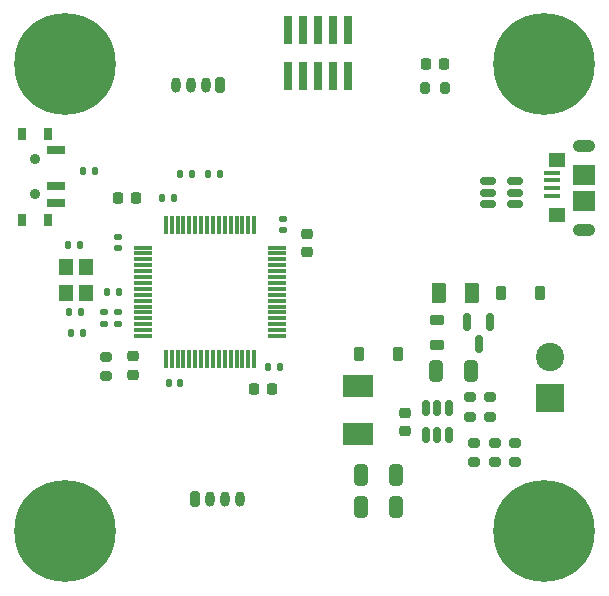
<source format=gbr>
%TF.GenerationSoftware,KiCad,Pcbnew,7.0.2*%
%TF.CreationDate,2023-05-29T20:24:48+05:30*%
%TF.ProjectId,STM_32_Board,53544d5f-3332-45f4-926f-6172642e6b69,rev?*%
%TF.SameCoordinates,Original*%
%TF.FileFunction,Soldermask,Top*%
%TF.FilePolarity,Negative*%
%FSLAX46Y46*%
G04 Gerber Fmt 4.6, Leading zero omitted, Abs format (unit mm)*
G04 Created by KiCad (PCBNEW 7.0.2) date 2023-05-29 20:24:48*
%MOMM*%
%LPD*%
G01*
G04 APERTURE LIST*
G04 Aperture macros list*
%AMRoundRect*
0 Rectangle with rounded corners*
0 $1 Rounding radius*
0 $2 $3 $4 $5 $6 $7 $8 $9 X,Y pos of 4 corners*
0 Add a 4 corners polygon primitive as box body*
4,1,4,$2,$3,$4,$5,$6,$7,$8,$9,$2,$3,0*
0 Add four circle primitives for the rounded corners*
1,1,$1+$1,$2,$3*
1,1,$1+$1,$4,$5*
1,1,$1+$1,$6,$7*
1,1,$1+$1,$8,$9*
0 Add four rect primitives between the rounded corners*
20,1,$1+$1,$2,$3,$4,$5,0*
20,1,$1+$1,$4,$5,$6,$7,0*
20,1,$1+$1,$6,$7,$8,$9,0*
20,1,$1+$1,$8,$9,$2,$3,0*%
G04 Aperture macros list end*
%ADD10RoundRect,0.140000X-0.140000X-0.170000X0.140000X-0.170000X0.140000X0.170000X-0.140000X0.170000X0*%
%ADD11RoundRect,0.150000X0.150000X-0.512500X0.150000X0.512500X-0.150000X0.512500X-0.150000X-0.512500X0*%
%ADD12RoundRect,0.250000X0.375000X0.625000X-0.375000X0.625000X-0.375000X-0.625000X0.375000X-0.625000X0*%
%ADD13RoundRect,0.147500X-0.147500X-0.172500X0.147500X-0.172500X0.147500X0.172500X-0.147500X0.172500X0*%
%ADD14R,0.740000X2.400000*%
%ADD15RoundRect,0.135000X-0.135000X-0.185000X0.135000X-0.185000X0.135000X0.185000X-0.135000X0.185000X0*%
%ADD16R,0.800000X1.000000*%
%ADD17C,0.900000*%
%ADD18R,1.500000X0.700000*%
%ADD19RoundRect,0.218750X0.218750X0.256250X-0.218750X0.256250X-0.218750X-0.256250X0.218750X-0.256250X0*%
%ADD20RoundRect,0.250000X-0.325000X-0.650000X0.325000X-0.650000X0.325000X0.650000X-0.325000X0.650000X0*%
%ADD21RoundRect,0.225000X-0.225000X-0.250000X0.225000X-0.250000X0.225000X0.250000X-0.225000X0.250000X0*%
%ADD22RoundRect,0.200000X0.200000X0.450000X-0.200000X0.450000X-0.200000X-0.450000X0.200000X-0.450000X0*%
%ADD23O,0.800000X1.300000*%
%ADD24RoundRect,0.200000X0.275000X-0.200000X0.275000X0.200000X-0.275000X0.200000X-0.275000X-0.200000X0*%
%ADD25RoundRect,0.140000X0.170000X-0.140000X0.170000X0.140000X-0.170000X0.140000X-0.170000X-0.140000X0*%
%ADD26R,2.500000X1.900000*%
%ADD27RoundRect,0.140000X0.140000X0.170000X-0.140000X0.170000X-0.140000X-0.170000X0.140000X-0.170000X0*%
%ADD28RoundRect,0.200000X-0.275000X0.200000X-0.275000X-0.200000X0.275000X-0.200000X0.275000X0.200000X0*%
%ADD29RoundRect,0.150000X-0.150000X0.587500X-0.150000X-0.587500X0.150000X-0.587500X0.150000X0.587500X0*%
%ADD30RoundRect,0.225000X0.250000X-0.225000X0.250000X0.225000X-0.250000X0.225000X-0.250000X-0.225000X0*%
%ADD31RoundRect,0.075000X-0.700000X-0.075000X0.700000X-0.075000X0.700000X0.075000X-0.700000X0.075000X0*%
%ADD32RoundRect,0.075000X-0.075000X-0.700000X0.075000X-0.700000X0.075000X0.700000X-0.075000X0.700000X0*%
%ADD33C,8.600000*%
%ADD34RoundRect,0.135000X0.135000X0.185000X-0.135000X0.185000X-0.135000X-0.185000X0.135000X-0.185000X0*%
%ADD35R,1.200000X1.400000*%
%ADD36RoundRect,0.200000X0.200000X0.275000X-0.200000X0.275000X-0.200000X-0.275000X0.200000X-0.275000X0*%
%ADD37RoundRect,0.200000X-0.200000X-0.450000X0.200000X-0.450000X0.200000X0.450000X-0.200000X0.450000X0*%
%ADD38RoundRect,0.218750X-0.381250X0.218750X-0.381250X-0.218750X0.381250X-0.218750X0.381250X0.218750X0*%
%ADD39RoundRect,0.150000X0.512500X0.150000X-0.512500X0.150000X-0.512500X-0.150000X0.512500X-0.150000X0*%
%ADD40RoundRect,0.218750X0.256250X-0.218750X0.256250X0.218750X-0.256250X0.218750X-0.256250X-0.218750X0*%
%ADD41R,2.400000X2.400000*%
%ADD42C,2.400000*%
%ADD43RoundRect,0.250000X0.325000X0.650000X-0.325000X0.650000X-0.325000X-0.650000X0.325000X-0.650000X0*%
%ADD44RoundRect,0.225000X0.225000X0.375000X-0.225000X0.375000X-0.225000X-0.375000X0.225000X-0.375000X0*%
%ADD45RoundRect,0.225000X-0.225000X-0.375000X0.225000X-0.375000X0.225000X0.375000X-0.225000X0.375000X0*%
%ADD46R,1.400000X0.400000*%
%ADD47O,1.900000X1.050000*%
%ADD48R,1.450000X1.150000*%
%ADD49R,1.900000X1.750000*%
%ADD50RoundRect,0.225000X0.225000X0.250000X-0.225000X0.250000X-0.225000X-0.250000X0.225000X-0.250000X0*%
G04 APERTURE END LIST*
D10*
%TO.C,C11*%
X189756800Y-75295000D03*
X190716800Y-75295000D03*
%TD*%
D11*
%TO.C,U2*%
X220036800Y-91432500D03*
X220986800Y-91432500D03*
X221936800Y-91432500D03*
X221936800Y-89157500D03*
X220986800Y-89157500D03*
X220036800Y-89157500D03*
%TD*%
D12*
%TO.C,F1*%
X223886800Y-79382500D03*
X221086800Y-79382500D03*
%TD*%
D13*
%TO.C,L1*%
X190001800Y-82795000D03*
X190971800Y-82795000D03*
%TD*%
D14*
%TO.C,J2*%
X213396800Y-57145000D03*
X213396800Y-61045000D03*
X212126800Y-57145000D03*
X212126800Y-61045000D03*
X210856800Y-57145000D03*
X210856800Y-61045000D03*
X209586800Y-57145000D03*
X209586800Y-61045000D03*
X208316800Y-57145000D03*
X208316800Y-61045000D03*
%TD*%
D15*
%TO.C,R2*%
X192976800Y-79295000D03*
X193996800Y-79295000D03*
%TD*%
D16*
%TO.C,SW1*%
X188016800Y-65895000D03*
X185806800Y-65895000D03*
D17*
X186906800Y-68045000D03*
X186906800Y-71045000D03*
D16*
X188016800Y-73195000D03*
X185806800Y-73195000D03*
D18*
X188666800Y-67295000D03*
X188666800Y-70295000D03*
X188666800Y-71795000D03*
%TD*%
D19*
%TO.C,D4*%
X221561800Y-60045000D03*
X219986800Y-60045000D03*
%TD*%
D20*
%TO.C,C16*%
X214511800Y-97545000D03*
X217461800Y-97545000D03*
%TD*%
D21*
%TO.C,C2*%
X205461800Y-87545000D03*
X207011800Y-87545000D03*
%TD*%
D22*
%TO.C,J3*%
X202611800Y-61745000D03*
D23*
X201361800Y-61745000D03*
X200111800Y-61745000D03*
X198861800Y-61745000D03*
%TD*%
D24*
%TO.C,R5*%
X225486800Y-89870000D03*
X225486800Y-88220000D03*
%TD*%
D25*
%TO.C,C7*%
X207936800Y-74100000D03*
X207936800Y-73140000D03*
%TD*%
D26*
%TO.C,L2*%
X214236800Y-87245000D03*
X214236800Y-91345000D03*
%TD*%
D25*
%TO.C,C9*%
X192736800Y-82005000D03*
X192736800Y-81045000D03*
%TD*%
D27*
%TO.C,C5*%
X199216800Y-87045000D03*
X198256800Y-87045000D03*
%TD*%
D28*
%TO.C,R4*%
X223736800Y-88220000D03*
X223736800Y-89870000D03*
%TD*%
D20*
%TO.C,C13*%
X220886800Y-85982500D03*
X223836800Y-85982500D03*
%TD*%
D29*
%TO.C,Q1*%
X225436800Y-81857500D03*
X223536800Y-81857500D03*
X224486800Y-83732500D03*
%TD*%
D15*
%TO.C,R9*%
X201526800Y-69295000D03*
X202546800Y-69295000D03*
%TD*%
D30*
%TO.C,C1*%
X209966800Y-75965000D03*
X209966800Y-74415000D03*
%TD*%
D31*
%TO.C,U1*%
X196061800Y-75545000D03*
X196061800Y-76045000D03*
X196061800Y-76545000D03*
X196061800Y-77045000D03*
X196061800Y-77545000D03*
X196061800Y-78045000D03*
X196061800Y-78545000D03*
X196061800Y-79045000D03*
X196061800Y-79545000D03*
X196061800Y-80045000D03*
X196061800Y-80545000D03*
X196061800Y-81045000D03*
X196061800Y-81545000D03*
X196061800Y-82045000D03*
X196061800Y-82545000D03*
X196061800Y-83045000D03*
D32*
X197986800Y-84970000D03*
X198486800Y-84970000D03*
X198986800Y-84970000D03*
X199486800Y-84970000D03*
X199986800Y-84970000D03*
X200486800Y-84970000D03*
X200986800Y-84970000D03*
X201486800Y-84970000D03*
X201986800Y-84970000D03*
X202486800Y-84970000D03*
X202986800Y-84970000D03*
X203486800Y-84970000D03*
X203986800Y-84970000D03*
X204486800Y-84970000D03*
X204986800Y-84970000D03*
X205486800Y-84970000D03*
D31*
X207411800Y-83045000D03*
X207411800Y-82545000D03*
X207411800Y-82045000D03*
X207411800Y-81545000D03*
X207411800Y-81045000D03*
X207411800Y-80545000D03*
X207411800Y-80045000D03*
X207411800Y-79545000D03*
X207411800Y-79045000D03*
X207411800Y-78545000D03*
X207411800Y-78045000D03*
X207411800Y-77545000D03*
X207411800Y-77045000D03*
X207411800Y-76545000D03*
X207411800Y-76045000D03*
X207411800Y-75545000D03*
D32*
X205486800Y-73620000D03*
X204986800Y-73620000D03*
X204486800Y-73620000D03*
X203986800Y-73620000D03*
X203486800Y-73620000D03*
X202986800Y-73620000D03*
X202486800Y-73620000D03*
X201986800Y-73620000D03*
X201486800Y-73620000D03*
X200986800Y-73620000D03*
X200486800Y-73620000D03*
X199986800Y-73620000D03*
X199486800Y-73620000D03*
X198986800Y-73620000D03*
X198486800Y-73620000D03*
X197986800Y-73620000D03*
%TD*%
D17*
%TO.C,H3*%
X226761800Y-99545000D03*
X227706381Y-97264581D03*
X227706381Y-101825419D03*
X229986800Y-96320000D03*
D33*
X229986800Y-99545000D03*
D17*
X229986800Y-102770000D03*
X232267219Y-97264581D03*
X232267219Y-101825419D03*
X233211800Y-99545000D03*
%TD*%
%TO.C,H4*%
X186261800Y-99545000D03*
X187206381Y-97264581D03*
X187206381Y-101825419D03*
X189486800Y-96320000D03*
D33*
X189486800Y-99545000D03*
D17*
X189486800Y-102770000D03*
X191767219Y-97264581D03*
X191767219Y-101825419D03*
X192711800Y-99545000D03*
%TD*%
D24*
%TO.C,R8*%
X227586800Y-93707500D03*
X227586800Y-92057500D03*
%TD*%
D25*
%TO.C,C4*%
X193936800Y-75600000D03*
X193936800Y-74640000D03*
%TD*%
D34*
%TO.C,R10*%
X200246800Y-69295000D03*
X199226800Y-69295000D03*
%TD*%
D35*
%TO.C,Y1*%
X189536800Y-77195000D03*
X189536800Y-79395000D03*
X191236800Y-79395000D03*
X191236800Y-77195000D03*
%TD*%
D17*
%TO.C,H2*%
X226761800Y-60045000D03*
X227706381Y-57764581D03*
X227706381Y-62325419D03*
X229986800Y-56820000D03*
D33*
X229986800Y-60045000D03*
D17*
X229986800Y-63270000D03*
X232267219Y-57764581D03*
X232267219Y-62325419D03*
X233211800Y-60045000D03*
%TD*%
D10*
%TO.C,C6*%
X206686800Y-85620000D03*
X207646800Y-85620000D03*
%TD*%
D36*
%TO.C,R11*%
X221611800Y-62070000D03*
X219961800Y-62070000D03*
%TD*%
D25*
%TO.C,C10*%
X193936800Y-82005000D03*
X193936800Y-81045000D03*
%TD*%
D37*
%TO.C,J4*%
X200486800Y-96795000D03*
D23*
X201736800Y-96795000D03*
X202986800Y-96795000D03*
X204236800Y-96795000D03*
%TD*%
D38*
%TO.C,FB1*%
X220986800Y-81670000D03*
X220986800Y-83795000D03*
%TD*%
D24*
%TO.C,R6*%
X224086800Y-93707500D03*
X224086800Y-92057500D03*
%TD*%
D39*
%TO.C,U3*%
X227574300Y-71845000D03*
X227574300Y-70895000D03*
X227574300Y-69945000D03*
X225299300Y-69945000D03*
X225299300Y-70895000D03*
X225299300Y-71845000D03*
%TD*%
D40*
%TO.C,D1*%
X195236800Y-86332500D03*
X195236800Y-84757500D03*
%TD*%
D30*
%TO.C,C14*%
X218236800Y-91070000D03*
X218236800Y-89520000D03*
%TD*%
D28*
%TO.C,R7*%
X225836800Y-92057500D03*
X225836800Y-93707500D03*
%TD*%
D15*
%TO.C,R1*%
X191996800Y-69045000D03*
X190976800Y-69045000D03*
%TD*%
D28*
%TO.C,R3*%
X192936800Y-84795000D03*
X192936800Y-86445000D03*
%TD*%
D10*
%TO.C,C8*%
X197706800Y-71370000D03*
X198666800Y-71370000D03*
%TD*%
D41*
%TO.C,J1*%
X230536800Y-88295000D03*
D42*
X230536800Y-84795000D03*
%TD*%
D43*
%TO.C,C15*%
X217461800Y-94795000D03*
X214511800Y-94795000D03*
%TD*%
D17*
%TO.C,H1*%
X186261800Y-60045000D03*
X187206381Y-57764581D03*
X187206381Y-62325419D03*
X189486800Y-56820000D03*
D33*
X189486800Y-60045000D03*
D17*
X189486800Y-63270000D03*
X191767219Y-57764581D03*
X191767219Y-62325419D03*
X192711800Y-60045000D03*
%TD*%
D27*
%TO.C,C12*%
X190796800Y-81045000D03*
X189836800Y-81045000D03*
%TD*%
D44*
%TO.C,D3*%
X229636800Y-79382500D03*
X226336800Y-79382500D03*
%TD*%
D45*
%TO.C,D2*%
X214336800Y-84545000D03*
X217636800Y-84545000D03*
%TD*%
D46*
%TO.C,J5*%
X230711800Y-71145000D03*
X230711800Y-70495000D03*
X230711800Y-69845000D03*
X230711800Y-69195000D03*
D47*
X233361800Y-74070000D03*
D48*
X231131800Y-72815000D03*
D49*
X233361800Y-71620000D03*
X233361800Y-69370000D03*
D48*
X231131800Y-68175000D03*
D47*
X233361800Y-66920000D03*
%TD*%
D50*
%TO.C,C3*%
X195461800Y-71370000D03*
X193911800Y-71370000D03*
%TD*%
M02*

</source>
